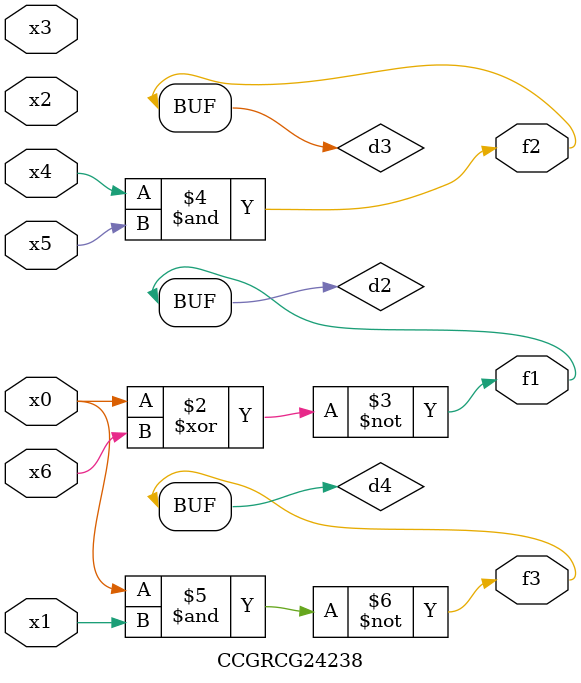
<source format=v>
module CCGRCG24238(
	input x0, x1, x2, x3, x4, x5, x6,
	output f1, f2, f3
);

	wire d1, d2, d3, d4;

	nor (d1, x0);
	xnor (d2, x0, x6);
	and (d3, x4, x5);
	nand (d4, x0, x1);
	assign f1 = d2;
	assign f2 = d3;
	assign f3 = d4;
endmodule

</source>
